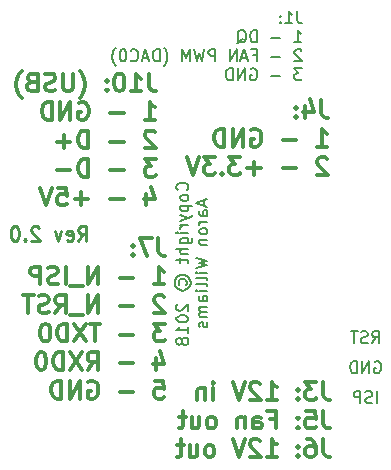
<source format=gbr>
G04 #@! TF.GenerationSoftware,KiCad,Pcbnew,7.0.3-24-g09febce4ce*
G04 #@! TF.CreationDate,2023-05-24T02:24:54-07:00*
G04 #@! TF.ProjectId,t962,74393632-2e6b-4696-9361-645f70636258,2.0*
G04 #@! TF.SameCoordinates,Original*
G04 #@! TF.FileFunction,Legend,Bot*
G04 #@! TF.FilePolarity,Positive*
%FSLAX46Y46*%
G04 Gerber Fmt 4.6, Leading zero omitted, Abs format (unit mm)*
G04 Created by KiCad (PCBNEW 7.0.3-24-g09febce4ce) date 2023-05-24 02:24:54*
%MOMM*%
%LPD*%
G01*
G04 APERTURE LIST*
%ADD10C,0.150000*%
%ADD11C,0.300000*%
%ADD12C,0.250000*%
G04 APERTURE END LIST*
D10*
X164044189Y-67002819D02*
X164044189Y-66002819D01*
X163615618Y-66955200D02*
X163472761Y-67002819D01*
X163472761Y-67002819D02*
X163234666Y-67002819D01*
X163234666Y-67002819D02*
X163139428Y-66955200D01*
X163139428Y-66955200D02*
X163091809Y-66907580D01*
X163091809Y-66907580D02*
X163044190Y-66812342D01*
X163044190Y-66812342D02*
X163044190Y-66717104D01*
X163044190Y-66717104D02*
X163091809Y-66621866D01*
X163091809Y-66621866D02*
X163139428Y-66574247D01*
X163139428Y-66574247D02*
X163234666Y-66526628D01*
X163234666Y-66526628D02*
X163425142Y-66479009D01*
X163425142Y-66479009D02*
X163520380Y-66431390D01*
X163520380Y-66431390D02*
X163567999Y-66383771D01*
X163567999Y-66383771D02*
X163615618Y-66288533D01*
X163615618Y-66288533D02*
X163615618Y-66193295D01*
X163615618Y-66193295D02*
X163567999Y-66098057D01*
X163567999Y-66098057D02*
X163520380Y-66050438D01*
X163520380Y-66050438D02*
X163425142Y-66002819D01*
X163425142Y-66002819D02*
X163187047Y-66002819D01*
X163187047Y-66002819D02*
X163044190Y-66050438D01*
X162615618Y-67002819D02*
X162615618Y-66002819D01*
X162615618Y-66002819D02*
X162234666Y-66002819D01*
X162234666Y-66002819D02*
X162139428Y-66050438D01*
X162139428Y-66050438D02*
X162091809Y-66098057D01*
X162091809Y-66098057D02*
X162044190Y-66193295D01*
X162044190Y-66193295D02*
X162044190Y-66336152D01*
X162044190Y-66336152D02*
X162091809Y-66431390D01*
X162091809Y-66431390D02*
X162139428Y-66479009D01*
X162139428Y-66479009D02*
X162234666Y-66526628D01*
X162234666Y-66526628D02*
X162615618Y-66526628D01*
X163829904Y-63510438D02*
X163925142Y-63462819D01*
X163925142Y-63462819D02*
X164067999Y-63462819D01*
X164067999Y-63462819D02*
X164210856Y-63510438D01*
X164210856Y-63510438D02*
X164306094Y-63605676D01*
X164306094Y-63605676D02*
X164353713Y-63700914D01*
X164353713Y-63700914D02*
X164401332Y-63891390D01*
X164401332Y-63891390D02*
X164401332Y-64034247D01*
X164401332Y-64034247D02*
X164353713Y-64224723D01*
X164353713Y-64224723D02*
X164306094Y-64319961D01*
X164306094Y-64319961D02*
X164210856Y-64415200D01*
X164210856Y-64415200D02*
X164067999Y-64462819D01*
X164067999Y-64462819D02*
X163972761Y-64462819D01*
X163972761Y-64462819D02*
X163829904Y-64415200D01*
X163829904Y-64415200D02*
X163782285Y-64367580D01*
X163782285Y-64367580D02*
X163782285Y-64034247D01*
X163782285Y-64034247D02*
X163972761Y-64034247D01*
X163353713Y-64462819D02*
X163353713Y-63462819D01*
X163353713Y-63462819D02*
X162782285Y-64462819D01*
X162782285Y-64462819D02*
X162782285Y-63462819D01*
X162306094Y-64462819D02*
X162306094Y-63462819D01*
X162306094Y-63462819D02*
X162067999Y-63462819D01*
X162067999Y-63462819D02*
X161925142Y-63510438D01*
X161925142Y-63510438D02*
X161829904Y-63605676D01*
X161829904Y-63605676D02*
X161782285Y-63700914D01*
X161782285Y-63700914D02*
X161734666Y-63891390D01*
X161734666Y-63891390D02*
X161734666Y-64034247D01*
X161734666Y-64034247D02*
X161782285Y-64224723D01*
X161782285Y-64224723D02*
X161829904Y-64319961D01*
X161829904Y-64319961D02*
X161925142Y-64415200D01*
X161925142Y-64415200D02*
X162067999Y-64462819D01*
X162067999Y-64462819D02*
X162306094Y-64462819D01*
X163615619Y-61922819D02*
X163948952Y-61446628D01*
X164187047Y-61922819D02*
X164187047Y-60922819D01*
X164187047Y-60922819D02*
X163806095Y-60922819D01*
X163806095Y-60922819D02*
X163710857Y-60970438D01*
X163710857Y-60970438D02*
X163663238Y-61018057D01*
X163663238Y-61018057D02*
X163615619Y-61113295D01*
X163615619Y-61113295D02*
X163615619Y-61256152D01*
X163615619Y-61256152D02*
X163663238Y-61351390D01*
X163663238Y-61351390D02*
X163710857Y-61399009D01*
X163710857Y-61399009D02*
X163806095Y-61446628D01*
X163806095Y-61446628D02*
X164187047Y-61446628D01*
X163234666Y-61875200D02*
X163091809Y-61922819D01*
X163091809Y-61922819D02*
X162853714Y-61922819D01*
X162853714Y-61922819D02*
X162758476Y-61875200D01*
X162758476Y-61875200D02*
X162710857Y-61827580D01*
X162710857Y-61827580D02*
X162663238Y-61732342D01*
X162663238Y-61732342D02*
X162663238Y-61637104D01*
X162663238Y-61637104D02*
X162710857Y-61541866D01*
X162710857Y-61541866D02*
X162758476Y-61494247D01*
X162758476Y-61494247D02*
X162853714Y-61446628D01*
X162853714Y-61446628D02*
X163044190Y-61399009D01*
X163044190Y-61399009D02*
X163139428Y-61351390D01*
X163139428Y-61351390D02*
X163187047Y-61303771D01*
X163187047Y-61303771D02*
X163234666Y-61208533D01*
X163234666Y-61208533D02*
X163234666Y-61113295D01*
X163234666Y-61113295D02*
X163187047Y-61018057D01*
X163187047Y-61018057D02*
X163139428Y-60970438D01*
X163139428Y-60970438D02*
X163044190Y-60922819D01*
X163044190Y-60922819D02*
X162806095Y-60922819D01*
X162806095Y-60922819D02*
X162663238Y-60970438D01*
X162377523Y-60922819D02*
X161806095Y-60922819D01*
X162091809Y-61922819D02*
X162091809Y-60922819D01*
D11*
X159316917Y-41363328D02*
X159316917Y-42434757D01*
X159316917Y-42434757D02*
X159388346Y-42649042D01*
X159388346Y-42649042D02*
X159531203Y-42791900D01*
X159531203Y-42791900D02*
X159745489Y-42863328D01*
X159745489Y-42863328D02*
X159888346Y-42863328D01*
X157959775Y-41863328D02*
X157959775Y-42863328D01*
X158316917Y-41291900D02*
X158674060Y-42363328D01*
X158674060Y-42363328D02*
X157745489Y-42363328D01*
X157174061Y-42720471D02*
X157102632Y-42791900D01*
X157102632Y-42791900D02*
X157174061Y-42863328D01*
X157174061Y-42863328D02*
X157245489Y-42791900D01*
X157245489Y-42791900D02*
X157174061Y-42720471D01*
X157174061Y-42720471D02*
X157174061Y-42863328D01*
X157174061Y-41934757D02*
X157102632Y-42006185D01*
X157102632Y-42006185D02*
X157174061Y-42077614D01*
X157174061Y-42077614D02*
X157245489Y-42006185D01*
X157245489Y-42006185D02*
X157174061Y-41934757D01*
X157174061Y-41934757D02*
X157174061Y-42077614D01*
X158959774Y-45278328D02*
X159816917Y-45278328D01*
X159388346Y-45278328D02*
X159388346Y-43778328D01*
X159388346Y-43778328D02*
X159531203Y-43992614D01*
X159531203Y-43992614D02*
X159674060Y-44135471D01*
X159674060Y-44135471D02*
X159816917Y-44206900D01*
X157174061Y-44706900D02*
X156031204Y-44706900D01*
X153388346Y-43849757D02*
X153531204Y-43778328D01*
X153531204Y-43778328D02*
X153745489Y-43778328D01*
X153745489Y-43778328D02*
X153959775Y-43849757D01*
X153959775Y-43849757D02*
X154102632Y-43992614D01*
X154102632Y-43992614D02*
X154174061Y-44135471D01*
X154174061Y-44135471D02*
X154245489Y-44421185D01*
X154245489Y-44421185D02*
X154245489Y-44635471D01*
X154245489Y-44635471D02*
X154174061Y-44921185D01*
X154174061Y-44921185D02*
X154102632Y-45064042D01*
X154102632Y-45064042D02*
X153959775Y-45206900D01*
X153959775Y-45206900D02*
X153745489Y-45278328D01*
X153745489Y-45278328D02*
X153602632Y-45278328D01*
X153602632Y-45278328D02*
X153388346Y-45206900D01*
X153388346Y-45206900D02*
X153316918Y-45135471D01*
X153316918Y-45135471D02*
X153316918Y-44635471D01*
X153316918Y-44635471D02*
X153602632Y-44635471D01*
X152674061Y-45278328D02*
X152674061Y-43778328D01*
X152674061Y-43778328D02*
X151816918Y-45278328D01*
X151816918Y-45278328D02*
X151816918Y-43778328D01*
X151102632Y-45278328D02*
X151102632Y-43778328D01*
X151102632Y-43778328D02*
X150745489Y-43778328D01*
X150745489Y-43778328D02*
X150531203Y-43849757D01*
X150531203Y-43849757D02*
X150388346Y-43992614D01*
X150388346Y-43992614D02*
X150316917Y-44135471D01*
X150316917Y-44135471D02*
X150245489Y-44421185D01*
X150245489Y-44421185D02*
X150245489Y-44635471D01*
X150245489Y-44635471D02*
X150316917Y-44921185D01*
X150316917Y-44921185D02*
X150388346Y-45064042D01*
X150388346Y-45064042D02*
X150531203Y-45206900D01*
X150531203Y-45206900D02*
X150745489Y-45278328D01*
X150745489Y-45278328D02*
X151102632Y-45278328D01*
X159816917Y-46336185D02*
X159745489Y-46264757D01*
X159745489Y-46264757D02*
X159602632Y-46193328D01*
X159602632Y-46193328D02*
X159245489Y-46193328D01*
X159245489Y-46193328D02*
X159102632Y-46264757D01*
X159102632Y-46264757D02*
X159031203Y-46336185D01*
X159031203Y-46336185D02*
X158959774Y-46479042D01*
X158959774Y-46479042D02*
X158959774Y-46621900D01*
X158959774Y-46621900D02*
X159031203Y-46836185D01*
X159031203Y-46836185D02*
X159888346Y-47693328D01*
X159888346Y-47693328D02*
X158959774Y-47693328D01*
X157174061Y-47121900D02*
X156031204Y-47121900D01*
X154174061Y-47121900D02*
X153031204Y-47121900D01*
X153602632Y-47693328D02*
X153602632Y-46550471D01*
X152459775Y-46193328D02*
X151531203Y-46193328D01*
X151531203Y-46193328D02*
X152031203Y-46764757D01*
X152031203Y-46764757D02*
X151816918Y-46764757D01*
X151816918Y-46764757D02*
X151674061Y-46836185D01*
X151674061Y-46836185D02*
X151602632Y-46907614D01*
X151602632Y-46907614D02*
X151531203Y-47050471D01*
X151531203Y-47050471D02*
X151531203Y-47407614D01*
X151531203Y-47407614D02*
X151602632Y-47550471D01*
X151602632Y-47550471D02*
X151674061Y-47621900D01*
X151674061Y-47621900D02*
X151816918Y-47693328D01*
X151816918Y-47693328D02*
X152245489Y-47693328D01*
X152245489Y-47693328D02*
X152388346Y-47621900D01*
X152388346Y-47621900D02*
X152459775Y-47550471D01*
X150888347Y-47550471D02*
X150816918Y-47621900D01*
X150816918Y-47621900D02*
X150888347Y-47693328D01*
X150888347Y-47693328D02*
X150959775Y-47621900D01*
X150959775Y-47621900D02*
X150888347Y-47550471D01*
X150888347Y-47550471D02*
X150888347Y-47693328D01*
X150316918Y-46193328D02*
X149388346Y-46193328D01*
X149388346Y-46193328D02*
X149888346Y-46764757D01*
X149888346Y-46764757D02*
X149674061Y-46764757D01*
X149674061Y-46764757D02*
X149531204Y-46836185D01*
X149531204Y-46836185D02*
X149459775Y-46907614D01*
X149459775Y-46907614D02*
X149388346Y-47050471D01*
X149388346Y-47050471D02*
X149388346Y-47407614D01*
X149388346Y-47407614D02*
X149459775Y-47550471D01*
X149459775Y-47550471D02*
X149531204Y-47621900D01*
X149531204Y-47621900D02*
X149674061Y-47693328D01*
X149674061Y-47693328D02*
X150102632Y-47693328D01*
X150102632Y-47693328D02*
X150245489Y-47621900D01*
X150245489Y-47621900D02*
X150316918Y-47550471D01*
X148959775Y-46193328D02*
X148459775Y-47693328D01*
X148459775Y-47693328D02*
X147959775Y-46193328D01*
D10*
X157277506Y-33839819D02*
X157277506Y-34554104D01*
X157277506Y-34554104D02*
X157325125Y-34696961D01*
X157325125Y-34696961D02*
X157420363Y-34792200D01*
X157420363Y-34792200D02*
X157563220Y-34839819D01*
X157563220Y-34839819D02*
X157658458Y-34839819D01*
X156277506Y-34839819D02*
X156848934Y-34839819D01*
X156563220Y-34839819D02*
X156563220Y-33839819D01*
X156563220Y-33839819D02*
X156658458Y-33982676D01*
X156658458Y-33982676D02*
X156753696Y-34077914D01*
X156753696Y-34077914D02*
X156848934Y-34125533D01*
X155848934Y-34744580D02*
X155801315Y-34792200D01*
X155801315Y-34792200D02*
X155848934Y-34839819D01*
X155848934Y-34839819D02*
X155896553Y-34792200D01*
X155896553Y-34792200D02*
X155848934Y-34744580D01*
X155848934Y-34744580D02*
X155848934Y-34839819D01*
X155848934Y-34220771D02*
X155801315Y-34268390D01*
X155801315Y-34268390D02*
X155848934Y-34316009D01*
X155848934Y-34316009D02*
X155896553Y-34268390D01*
X155896553Y-34268390D02*
X155848934Y-34220771D01*
X155848934Y-34220771D02*
X155848934Y-34316009D01*
X157039411Y-36449819D02*
X157610839Y-36449819D01*
X157325125Y-36449819D02*
X157325125Y-35449819D01*
X157325125Y-35449819D02*
X157420363Y-35592676D01*
X157420363Y-35592676D02*
X157515601Y-35687914D01*
X157515601Y-35687914D02*
X157610839Y-35735533D01*
X155848934Y-36068866D02*
X155087030Y-36068866D01*
X153848934Y-36449819D02*
X153848934Y-35449819D01*
X153848934Y-35449819D02*
X153610839Y-35449819D01*
X153610839Y-35449819D02*
X153467982Y-35497438D01*
X153467982Y-35497438D02*
X153372744Y-35592676D01*
X153372744Y-35592676D02*
X153325125Y-35687914D01*
X153325125Y-35687914D02*
X153277506Y-35878390D01*
X153277506Y-35878390D02*
X153277506Y-36021247D01*
X153277506Y-36021247D02*
X153325125Y-36211723D01*
X153325125Y-36211723D02*
X153372744Y-36306961D01*
X153372744Y-36306961D02*
X153467982Y-36402200D01*
X153467982Y-36402200D02*
X153610839Y-36449819D01*
X153610839Y-36449819D02*
X153848934Y-36449819D01*
X152182268Y-36545057D02*
X152277506Y-36497438D01*
X152277506Y-36497438D02*
X152372744Y-36402200D01*
X152372744Y-36402200D02*
X152515601Y-36259342D01*
X152515601Y-36259342D02*
X152610839Y-36211723D01*
X152610839Y-36211723D02*
X152706077Y-36211723D01*
X152658458Y-36449819D02*
X152753696Y-36402200D01*
X152753696Y-36402200D02*
X152848934Y-36306961D01*
X152848934Y-36306961D02*
X152896553Y-36116485D01*
X152896553Y-36116485D02*
X152896553Y-35783152D01*
X152896553Y-35783152D02*
X152848934Y-35592676D01*
X152848934Y-35592676D02*
X152753696Y-35497438D01*
X152753696Y-35497438D02*
X152658458Y-35449819D01*
X152658458Y-35449819D02*
X152467982Y-35449819D01*
X152467982Y-35449819D02*
X152372744Y-35497438D01*
X152372744Y-35497438D02*
X152277506Y-35592676D01*
X152277506Y-35592676D02*
X152229887Y-35783152D01*
X152229887Y-35783152D02*
X152229887Y-36116485D01*
X152229887Y-36116485D02*
X152277506Y-36306961D01*
X152277506Y-36306961D02*
X152372744Y-36402200D01*
X152372744Y-36402200D02*
X152467982Y-36449819D01*
X152467982Y-36449819D02*
X152658458Y-36449819D01*
X157610839Y-37155057D02*
X157563220Y-37107438D01*
X157563220Y-37107438D02*
X157467982Y-37059819D01*
X157467982Y-37059819D02*
X157229887Y-37059819D01*
X157229887Y-37059819D02*
X157134649Y-37107438D01*
X157134649Y-37107438D02*
X157087030Y-37155057D01*
X157087030Y-37155057D02*
X157039411Y-37250295D01*
X157039411Y-37250295D02*
X157039411Y-37345533D01*
X157039411Y-37345533D02*
X157087030Y-37488390D01*
X157087030Y-37488390D02*
X157658458Y-38059819D01*
X157658458Y-38059819D02*
X157039411Y-38059819D01*
X155848934Y-37678866D02*
X155087030Y-37678866D01*
X153515601Y-37536009D02*
X153848934Y-37536009D01*
X153848934Y-38059819D02*
X153848934Y-37059819D01*
X153848934Y-37059819D02*
X153372744Y-37059819D01*
X153039410Y-37774104D02*
X152563220Y-37774104D01*
X153134648Y-38059819D02*
X152801315Y-37059819D01*
X152801315Y-37059819D02*
X152467982Y-38059819D01*
X152134648Y-38059819D02*
X152134648Y-37059819D01*
X152134648Y-37059819D02*
X151563220Y-38059819D01*
X151563220Y-38059819D02*
X151563220Y-37059819D01*
X150325124Y-38059819D02*
X150325124Y-37059819D01*
X150325124Y-37059819D02*
X149944172Y-37059819D01*
X149944172Y-37059819D02*
X149848934Y-37107438D01*
X149848934Y-37107438D02*
X149801315Y-37155057D01*
X149801315Y-37155057D02*
X149753696Y-37250295D01*
X149753696Y-37250295D02*
X149753696Y-37393152D01*
X149753696Y-37393152D02*
X149801315Y-37488390D01*
X149801315Y-37488390D02*
X149848934Y-37536009D01*
X149848934Y-37536009D02*
X149944172Y-37583628D01*
X149944172Y-37583628D02*
X150325124Y-37583628D01*
X149420362Y-37059819D02*
X149182267Y-38059819D01*
X149182267Y-38059819D02*
X148991791Y-37345533D01*
X148991791Y-37345533D02*
X148801315Y-38059819D01*
X148801315Y-38059819D02*
X148563220Y-37059819D01*
X148182267Y-38059819D02*
X148182267Y-37059819D01*
X148182267Y-37059819D02*
X147848934Y-37774104D01*
X147848934Y-37774104D02*
X147515601Y-37059819D01*
X147515601Y-37059819D02*
X147515601Y-38059819D01*
X145991791Y-38440771D02*
X146039410Y-38393152D01*
X146039410Y-38393152D02*
X146134648Y-38250295D01*
X146134648Y-38250295D02*
X146182267Y-38155057D01*
X146182267Y-38155057D02*
X146229886Y-38012200D01*
X146229886Y-38012200D02*
X146277505Y-37774104D01*
X146277505Y-37774104D02*
X146277505Y-37583628D01*
X146277505Y-37583628D02*
X146229886Y-37345533D01*
X146229886Y-37345533D02*
X146182267Y-37202676D01*
X146182267Y-37202676D02*
X146134648Y-37107438D01*
X146134648Y-37107438D02*
X146039410Y-36964580D01*
X146039410Y-36964580D02*
X145991791Y-36916961D01*
X145610838Y-38059819D02*
X145610838Y-37059819D01*
X145610838Y-37059819D02*
X145372743Y-37059819D01*
X145372743Y-37059819D02*
X145229886Y-37107438D01*
X145229886Y-37107438D02*
X145134648Y-37202676D01*
X145134648Y-37202676D02*
X145087029Y-37297914D01*
X145087029Y-37297914D02*
X145039410Y-37488390D01*
X145039410Y-37488390D02*
X145039410Y-37631247D01*
X145039410Y-37631247D02*
X145087029Y-37821723D01*
X145087029Y-37821723D02*
X145134648Y-37916961D01*
X145134648Y-37916961D02*
X145229886Y-38012200D01*
X145229886Y-38012200D02*
X145372743Y-38059819D01*
X145372743Y-38059819D02*
X145610838Y-38059819D01*
X144658457Y-37774104D02*
X144182267Y-37774104D01*
X144753695Y-38059819D02*
X144420362Y-37059819D01*
X144420362Y-37059819D02*
X144087029Y-38059819D01*
X143182267Y-37964580D02*
X143229886Y-38012200D01*
X143229886Y-38012200D02*
X143372743Y-38059819D01*
X143372743Y-38059819D02*
X143467981Y-38059819D01*
X143467981Y-38059819D02*
X143610838Y-38012200D01*
X143610838Y-38012200D02*
X143706076Y-37916961D01*
X143706076Y-37916961D02*
X143753695Y-37821723D01*
X143753695Y-37821723D02*
X143801314Y-37631247D01*
X143801314Y-37631247D02*
X143801314Y-37488390D01*
X143801314Y-37488390D02*
X143753695Y-37297914D01*
X143753695Y-37297914D02*
X143706076Y-37202676D01*
X143706076Y-37202676D02*
X143610838Y-37107438D01*
X143610838Y-37107438D02*
X143467981Y-37059819D01*
X143467981Y-37059819D02*
X143372743Y-37059819D01*
X143372743Y-37059819D02*
X143229886Y-37107438D01*
X143229886Y-37107438D02*
X143182267Y-37155057D01*
X142563219Y-37059819D02*
X142467981Y-37059819D01*
X142467981Y-37059819D02*
X142372743Y-37107438D01*
X142372743Y-37107438D02*
X142325124Y-37155057D01*
X142325124Y-37155057D02*
X142277505Y-37250295D01*
X142277505Y-37250295D02*
X142229886Y-37440771D01*
X142229886Y-37440771D02*
X142229886Y-37678866D01*
X142229886Y-37678866D02*
X142277505Y-37869342D01*
X142277505Y-37869342D02*
X142325124Y-37964580D01*
X142325124Y-37964580D02*
X142372743Y-38012200D01*
X142372743Y-38012200D02*
X142467981Y-38059819D01*
X142467981Y-38059819D02*
X142563219Y-38059819D01*
X142563219Y-38059819D02*
X142658457Y-38012200D01*
X142658457Y-38012200D02*
X142706076Y-37964580D01*
X142706076Y-37964580D02*
X142753695Y-37869342D01*
X142753695Y-37869342D02*
X142801314Y-37678866D01*
X142801314Y-37678866D02*
X142801314Y-37440771D01*
X142801314Y-37440771D02*
X142753695Y-37250295D01*
X142753695Y-37250295D02*
X142706076Y-37155057D01*
X142706076Y-37155057D02*
X142658457Y-37107438D01*
X142658457Y-37107438D02*
X142563219Y-37059819D01*
X141896552Y-38440771D02*
X141848933Y-38393152D01*
X141848933Y-38393152D02*
X141753695Y-38250295D01*
X141753695Y-38250295D02*
X141706076Y-38155057D01*
X141706076Y-38155057D02*
X141658457Y-38012200D01*
X141658457Y-38012200D02*
X141610838Y-37774104D01*
X141610838Y-37774104D02*
X141610838Y-37583628D01*
X141610838Y-37583628D02*
X141658457Y-37345533D01*
X141658457Y-37345533D02*
X141706076Y-37202676D01*
X141706076Y-37202676D02*
X141753695Y-37107438D01*
X141753695Y-37107438D02*
X141848933Y-36964580D01*
X141848933Y-36964580D02*
X141896552Y-36916961D01*
X157658458Y-38669819D02*
X157039411Y-38669819D01*
X157039411Y-38669819D02*
X157372744Y-39050771D01*
X157372744Y-39050771D02*
X157229887Y-39050771D01*
X157229887Y-39050771D02*
X157134649Y-39098390D01*
X157134649Y-39098390D02*
X157087030Y-39146009D01*
X157087030Y-39146009D02*
X157039411Y-39241247D01*
X157039411Y-39241247D02*
X157039411Y-39479342D01*
X157039411Y-39479342D02*
X157087030Y-39574580D01*
X157087030Y-39574580D02*
X157134649Y-39622200D01*
X157134649Y-39622200D02*
X157229887Y-39669819D01*
X157229887Y-39669819D02*
X157515601Y-39669819D01*
X157515601Y-39669819D02*
X157610839Y-39622200D01*
X157610839Y-39622200D02*
X157658458Y-39574580D01*
X155848934Y-39288866D02*
X155087030Y-39288866D01*
X153325125Y-38717438D02*
X153420363Y-38669819D01*
X153420363Y-38669819D02*
X153563220Y-38669819D01*
X153563220Y-38669819D02*
X153706077Y-38717438D01*
X153706077Y-38717438D02*
X153801315Y-38812676D01*
X153801315Y-38812676D02*
X153848934Y-38907914D01*
X153848934Y-38907914D02*
X153896553Y-39098390D01*
X153896553Y-39098390D02*
X153896553Y-39241247D01*
X153896553Y-39241247D02*
X153848934Y-39431723D01*
X153848934Y-39431723D02*
X153801315Y-39526961D01*
X153801315Y-39526961D02*
X153706077Y-39622200D01*
X153706077Y-39622200D02*
X153563220Y-39669819D01*
X153563220Y-39669819D02*
X153467982Y-39669819D01*
X153467982Y-39669819D02*
X153325125Y-39622200D01*
X153325125Y-39622200D02*
X153277506Y-39574580D01*
X153277506Y-39574580D02*
X153277506Y-39241247D01*
X153277506Y-39241247D02*
X153467982Y-39241247D01*
X152848934Y-39669819D02*
X152848934Y-38669819D01*
X152848934Y-38669819D02*
X152277506Y-39669819D01*
X152277506Y-39669819D02*
X152277506Y-38669819D01*
X151801315Y-39669819D02*
X151801315Y-38669819D01*
X151801315Y-38669819D02*
X151563220Y-38669819D01*
X151563220Y-38669819D02*
X151420363Y-38717438D01*
X151420363Y-38717438D02*
X151325125Y-38812676D01*
X151325125Y-38812676D02*
X151277506Y-38907914D01*
X151277506Y-38907914D02*
X151229887Y-39098390D01*
X151229887Y-39098390D02*
X151229887Y-39241247D01*
X151229887Y-39241247D02*
X151277506Y-39431723D01*
X151277506Y-39431723D02*
X151325125Y-39526961D01*
X151325125Y-39526961D02*
X151420363Y-39622200D01*
X151420363Y-39622200D02*
X151563220Y-39669819D01*
X151563220Y-39669819D02*
X151801315Y-39669819D01*
D11*
X159466917Y-65238328D02*
X159466917Y-66309757D01*
X159466917Y-66309757D02*
X159538346Y-66524042D01*
X159538346Y-66524042D02*
X159681203Y-66666900D01*
X159681203Y-66666900D02*
X159895489Y-66738328D01*
X159895489Y-66738328D02*
X160038346Y-66738328D01*
X158895489Y-65238328D02*
X157966917Y-65238328D01*
X157966917Y-65238328D02*
X158466917Y-65809757D01*
X158466917Y-65809757D02*
X158252632Y-65809757D01*
X158252632Y-65809757D02*
X158109775Y-65881185D01*
X158109775Y-65881185D02*
X158038346Y-65952614D01*
X158038346Y-65952614D02*
X157966917Y-66095471D01*
X157966917Y-66095471D02*
X157966917Y-66452614D01*
X157966917Y-66452614D02*
X158038346Y-66595471D01*
X158038346Y-66595471D02*
X158109775Y-66666900D01*
X158109775Y-66666900D02*
X158252632Y-66738328D01*
X158252632Y-66738328D02*
X158681203Y-66738328D01*
X158681203Y-66738328D02*
X158824060Y-66666900D01*
X158824060Y-66666900D02*
X158895489Y-66595471D01*
X157324061Y-66595471D02*
X157252632Y-66666900D01*
X157252632Y-66666900D02*
X157324061Y-66738328D01*
X157324061Y-66738328D02*
X157395489Y-66666900D01*
X157395489Y-66666900D02*
X157324061Y-66595471D01*
X157324061Y-66595471D02*
X157324061Y-66738328D01*
X157324061Y-65809757D02*
X157252632Y-65881185D01*
X157252632Y-65881185D02*
X157324061Y-65952614D01*
X157324061Y-65952614D02*
X157395489Y-65881185D01*
X157395489Y-65881185D02*
X157324061Y-65809757D01*
X157324061Y-65809757D02*
X157324061Y-65952614D01*
X154681203Y-66738328D02*
X155538346Y-66738328D01*
X155109775Y-66738328D02*
X155109775Y-65238328D01*
X155109775Y-65238328D02*
X155252632Y-65452614D01*
X155252632Y-65452614D02*
X155395489Y-65595471D01*
X155395489Y-65595471D02*
X155538346Y-65666900D01*
X154109775Y-65381185D02*
X154038347Y-65309757D01*
X154038347Y-65309757D02*
X153895490Y-65238328D01*
X153895490Y-65238328D02*
X153538347Y-65238328D01*
X153538347Y-65238328D02*
X153395490Y-65309757D01*
X153395490Y-65309757D02*
X153324061Y-65381185D01*
X153324061Y-65381185D02*
X153252632Y-65524042D01*
X153252632Y-65524042D02*
X153252632Y-65666900D01*
X153252632Y-65666900D02*
X153324061Y-65881185D01*
X153324061Y-65881185D02*
X154181204Y-66738328D01*
X154181204Y-66738328D02*
X153252632Y-66738328D01*
X152824061Y-65238328D02*
X152324061Y-66738328D01*
X152324061Y-66738328D02*
X151824061Y-65238328D01*
X150181205Y-66738328D02*
X150181205Y-65738328D01*
X150181205Y-65238328D02*
X150252633Y-65309757D01*
X150252633Y-65309757D02*
X150181205Y-65381185D01*
X150181205Y-65381185D02*
X150109776Y-65309757D01*
X150109776Y-65309757D02*
X150181205Y-65238328D01*
X150181205Y-65238328D02*
X150181205Y-65381185D01*
X149466919Y-65738328D02*
X149466919Y-66738328D01*
X149466919Y-65881185D02*
X149395490Y-65809757D01*
X149395490Y-65809757D02*
X149252633Y-65738328D01*
X149252633Y-65738328D02*
X149038347Y-65738328D01*
X149038347Y-65738328D02*
X148895490Y-65809757D01*
X148895490Y-65809757D02*
X148824062Y-65952614D01*
X148824062Y-65952614D02*
X148824062Y-66738328D01*
X159466917Y-67653328D02*
X159466917Y-68724757D01*
X159466917Y-68724757D02*
X159538346Y-68939042D01*
X159538346Y-68939042D02*
X159681203Y-69081900D01*
X159681203Y-69081900D02*
X159895489Y-69153328D01*
X159895489Y-69153328D02*
X160038346Y-69153328D01*
X158038346Y-67653328D02*
X158752632Y-67653328D01*
X158752632Y-67653328D02*
X158824060Y-68367614D01*
X158824060Y-68367614D02*
X158752632Y-68296185D01*
X158752632Y-68296185D02*
X158609775Y-68224757D01*
X158609775Y-68224757D02*
X158252632Y-68224757D01*
X158252632Y-68224757D02*
X158109775Y-68296185D01*
X158109775Y-68296185D02*
X158038346Y-68367614D01*
X158038346Y-68367614D02*
X157966917Y-68510471D01*
X157966917Y-68510471D02*
X157966917Y-68867614D01*
X157966917Y-68867614D02*
X158038346Y-69010471D01*
X158038346Y-69010471D02*
X158109775Y-69081900D01*
X158109775Y-69081900D02*
X158252632Y-69153328D01*
X158252632Y-69153328D02*
X158609775Y-69153328D01*
X158609775Y-69153328D02*
X158752632Y-69081900D01*
X158752632Y-69081900D02*
X158824060Y-69010471D01*
X157324061Y-69010471D02*
X157252632Y-69081900D01*
X157252632Y-69081900D02*
X157324061Y-69153328D01*
X157324061Y-69153328D02*
X157395489Y-69081900D01*
X157395489Y-69081900D02*
X157324061Y-69010471D01*
X157324061Y-69010471D02*
X157324061Y-69153328D01*
X157324061Y-68224757D02*
X157252632Y-68296185D01*
X157252632Y-68296185D02*
X157324061Y-68367614D01*
X157324061Y-68367614D02*
X157395489Y-68296185D01*
X157395489Y-68296185D02*
X157324061Y-68224757D01*
X157324061Y-68224757D02*
X157324061Y-68367614D01*
X154966918Y-68367614D02*
X155466918Y-68367614D01*
X155466918Y-69153328D02*
X155466918Y-67653328D01*
X155466918Y-67653328D02*
X154752632Y-67653328D01*
X153538347Y-69153328D02*
X153538347Y-68367614D01*
X153538347Y-68367614D02*
X153609775Y-68224757D01*
X153609775Y-68224757D02*
X153752632Y-68153328D01*
X153752632Y-68153328D02*
X154038347Y-68153328D01*
X154038347Y-68153328D02*
X154181204Y-68224757D01*
X153538347Y-69081900D02*
X153681204Y-69153328D01*
X153681204Y-69153328D02*
X154038347Y-69153328D01*
X154038347Y-69153328D02*
X154181204Y-69081900D01*
X154181204Y-69081900D02*
X154252632Y-68939042D01*
X154252632Y-68939042D02*
X154252632Y-68796185D01*
X154252632Y-68796185D02*
X154181204Y-68653328D01*
X154181204Y-68653328D02*
X154038347Y-68581900D01*
X154038347Y-68581900D02*
X153681204Y-68581900D01*
X153681204Y-68581900D02*
X153538347Y-68510471D01*
X152824061Y-68153328D02*
X152824061Y-69153328D01*
X152824061Y-68296185D02*
X152752632Y-68224757D01*
X152752632Y-68224757D02*
X152609775Y-68153328D01*
X152609775Y-68153328D02*
X152395489Y-68153328D01*
X152395489Y-68153328D02*
X152252632Y-68224757D01*
X152252632Y-68224757D02*
X152181204Y-68367614D01*
X152181204Y-68367614D02*
X152181204Y-69153328D01*
X150109775Y-69153328D02*
X150252632Y-69081900D01*
X150252632Y-69081900D02*
X150324061Y-69010471D01*
X150324061Y-69010471D02*
X150395489Y-68867614D01*
X150395489Y-68867614D02*
X150395489Y-68439042D01*
X150395489Y-68439042D02*
X150324061Y-68296185D01*
X150324061Y-68296185D02*
X150252632Y-68224757D01*
X150252632Y-68224757D02*
X150109775Y-68153328D01*
X150109775Y-68153328D02*
X149895489Y-68153328D01*
X149895489Y-68153328D02*
X149752632Y-68224757D01*
X149752632Y-68224757D02*
X149681204Y-68296185D01*
X149681204Y-68296185D02*
X149609775Y-68439042D01*
X149609775Y-68439042D02*
X149609775Y-68867614D01*
X149609775Y-68867614D02*
X149681204Y-69010471D01*
X149681204Y-69010471D02*
X149752632Y-69081900D01*
X149752632Y-69081900D02*
X149895489Y-69153328D01*
X149895489Y-69153328D02*
X150109775Y-69153328D01*
X148324061Y-68153328D02*
X148324061Y-69153328D01*
X148966918Y-68153328D02*
X148966918Y-68939042D01*
X148966918Y-68939042D02*
X148895489Y-69081900D01*
X148895489Y-69081900D02*
X148752632Y-69153328D01*
X148752632Y-69153328D02*
X148538346Y-69153328D01*
X148538346Y-69153328D02*
X148395489Y-69081900D01*
X148395489Y-69081900D02*
X148324061Y-69010471D01*
X147824060Y-68153328D02*
X147252632Y-68153328D01*
X147609775Y-67653328D02*
X147609775Y-68939042D01*
X147609775Y-68939042D02*
X147538346Y-69081900D01*
X147538346Y-69081900D02*
X147395489Y-69153328D01*
X147395489Y-69153328D02*
X147252632Y-69153328D01*
X159466917Y-70068328D02*
X159466917Y-71139757D01*
X159466917Y-71139757D02*
X159538346Y-71354042D01*
X159538346Y-71354042D02*
X159681203Y-71496900D01*
X159681203Y-71496900D02*
X159895489Y-71568328D01*
X159895489Y-71568328D02*
X160038346Y-71568328D01*
X158109775Y-70068328D02*
X158395489Y-70068328D01*
X158395489Y-70068328D02*
X158538346Y-70139757D01*
X158538346Y-70139757D02*
X158609775Y-70211185D01*
X158609775Y-70211185D02*
X158752632Y-70425471D01*
X158752632Y-70425471D02*
X158824060Y-70711185D01*
X158824060Y-70711185D02*
X158824060Y-71282614D01*
X158824060Y-71282614D02*
X158752632Y-71425471D01*
X158752632Y-71425471D02*
X158681203Y-71496900D01*
X158681203Y-71496900D02*
X158538346Y-71568328D01*
X158538346Y-71568328D02*
X158252632Y-71568328D01*
X158252632Y-71568328D02*
X158109775Y-71496900D01*
X158109775Y-71496900D02*
X158038346Y-71425471D01*
X158038346Y-71425471D02*
X157966917Y-71282614D01*
X157966917Y-71282614D02*
X157966917Y-70925471D01*
X157966917Y-70925471D02*
X158038346Y-70782614D01*
X158038346Y-70782614D02*
X158109775Y-70711185D01*
X158109775Y-70711185D02*
X158252632Y-70639757D01*
X158252632Y-70639757D02*
X158538346Y-70639757D01*
X158538346Y-70639757D02*
X158681203Y-70711185D01*
X158681203Y-70711185D02*
X158752632Y-70782614D01*
X158752632Y-70782614D02*
X158824060Y-70925471D01*
X157324061Y-71425471D02*
X157252632Y-71496900D01*
X157252632Y-71496900D02*
X157324061Y-71568328D01*
X157324061Y-71568328D02*
X157395489Y-71496900D01*
X157395489Y-71496900D02*
X157324061Y-71425471D01*
X157324061Y-71425471D02*
X157324061Y-71568328D01*
X157324061Y-70639757D02*
X157252632Y-70711185D01*
X157252632Y-70711185D02*
X157324061Y-70782614D01*
X157324061Y-70782614D02*
X157395489Y-70711185D01*
X157395489Y-70711185D02*
X157324061Y-70639757D01*
X157324061Y-70639757D02*
X157324061Y-70782614D01*
X154681203Y-71568328D02*
X155538346Y-71568328D01*
X155109775Y-71568328D02*
X155109775Y-70068328D01*
X155109775Y-70068328D02*
X155252632Y-70282614D01*
X155252632Y-70282614D02*
X155395489Y-70425471D01*
X155395489Y-70425471D02*
X155538346Y-70496900D01*
X154109775Y-70211185D02*
X154038347Y-70139757D01*
X154038347Y-70139757D02*
X153895490Y-70068328D01*
X153895490Y-70068328D02*
X153538347Y-70068328D01*
X153538347Y-70068328D02*
X153395490Y-70139757D01*
X153395490Y-70139757D02*
X153324061Y-70211185D01*
X153324061Y-70211185D02*
X153252632Y-70354042D01*
X153252632Y-70354042D02*
X153252632Y-70496900D01*
X153252632Y-70496900D02*
X153324061Y-70711185D01*
X153324061Y-70711185D02*
X154181204Y-71568328D01*
X154181204Y-71568328D02*
X153252632Y-71568328D01*
X152824061Y-70068328D02*
X152324061Y-71568328D01*
X152324061Y-71568328D02*
X151824061Y-70068328D01*
X149966919Y-71568328D02*
X150109776Y-71496900D01*
X150109776Y-71496900D02*
X150181205Y-71425471D01*
X150181205Y-71425471D02*
X150252633Y-71282614D01*
X150252633Y-71282614D02*
X150252633Y-70854042D01*
X150252633Y-70854042D02*
X150181205Y-70711185D01*
X150181205Y-70711185D02*
X150109776Y-70639757D01*
X150109776Y-70639757D02*
X149966919Y-70568328D01*
X149966919Y-70568328D02*
X149752633Y-70568328D01*
X149752633Y-70568328D02*
X149609776Y-70639757D01*
X149609776Y-70639757D02*
X149538348Y-70711185D01*
X149538348Y-70711185D02*
X149466919Y-70854042D01*
X149466919Y-70854042D02*
X149466919Y-71282614D01*
X149466919Y-71282614D02*
X149538348Y-71425471D01*
X149538348Y-71425471D02*
X149609776Y-71496900D01*
X149609776Y-71496900D02*
X149752633Y-71568328D01*
X149752633Y-71568328D02*
X149966919Y-71568328D01*
X148181205Y-70568328D02*
X148181205Y-71568328D01*
X148824062Y-70568328D02*
X148824062Y-71354042D01*
X148824062Y-71354042D02*
X148752633Y-71496900D01*
X148752633Y-71496900D02*
X148609776Y-71568328D01*
X148609776Y-71568328D02*
X148395490Y-71568328D01*
X148395490Y-71568328D02*
X148252633Y-71496900D01*
X148252633Y-71496900D02*
X148181205Y-71425471D01*
X147681204Y-70568328D02*
X147109776Y-70568328D01*
X147466919Y-70068328D02*
X147466919Y-71354042D01*
X147466919Y-71354042D02*
X147395490Y-71496900D01*
X147395490Y-71496900D02*
X147252633Y-71568328D01*
X147252633Y-71568328D02*
X147109776Y-71568328D01*
X144716917Y-39098328D02*
X144716917Y-40169757D01*
X144716917Y-40169757D02*
X144788346Y-40384042D01*
X144788346Y-40384042D02*
X144931203Y-40526900D01*
X144931203Y-40526900D02*
X145145489Y-40598328D01*
X145145489Y-40598328D02*
X145288346Y-40598328D01*
X143216917Y-40598328D02*
X144074060Y-40598328D01*
X143645489Y-40598328D02*
X143645489Y-39098328D01*
X143645489Y-39098328D02*
X143788346Y-39312614D01*
X143788346Y-39312614D02*
X143931203Y-39455471D01*
X143931203Y-39455471D02*
X144074060Y-39526900D01*
X142288346Y-39098328D02*
X142145489Y-39098328D01*
X142145489Y-39098328D02*
X142002632Y-39169757D01*
X142002632Y-39169757D02*
X141931204Y-39241185D01*
X141931204Y-39241185D02*
X141859775Y-39384042D01*
X141859775Y-39384042D02*
X141788346Y-39669757D01*
X141788346Y-39669757D02*
X141788346Y-40026900D01*
X141788346Y-40026900D02*
X141859775Y-40312614D01*
X141859775Y-40312614D02*
X141931204Y-40455471D01*
X141931204Y-40455471D02*
X142002632Y-40526900D01*
X142002632Y-40526900D02*
X142145489Y-40598328D01*
X142145489Y-40598328D02*
X142288346Y-40598328D01*
X142288346Y-40598328D02*
X142431204Y-40526900D01*
X142431204Y-40526900D02*
X142502632Y-40455471D01*
X142502632Y-40455471D02*
X142574061Y-40312614D01*
X142574061Y-40312614D02*
X142645489Y-40026900D01*
X142645489Y-40026900D02*
X142645489Y-39669757D01*
X142645489Y-39669757D02*
X142574061Y-39384042D01*
X142574061Y-39384042D02*
X142502632Y-39241185D01*
X142502632Y-39241185D02*
X142431204Y-39169757D01*
X142431204Y-39169757D02*
X142288346Y-39098328D01*
X141145490Y-40455471D02*
X141074061Y-40526900D01*
X141074061Y-40526900D02*
X141145490Y-40598328D01*
X141145490Y-40598328D02*
X141216918Y-40526900D01*
X141216918Y-40526900D02*
X141145490Y-40455471D01*
X141145490Y-40455471D02*
X141145490Y-40598328D01*
X141145490Y-39669757D02*
X141074061Y-39741185D01*
X141074061Y-39741185D02*
X141145490Y-39812614D01*
X141145490Y-39812614D02*
X141216918Y-39741185D01*
X141216918Y-39741185D02*
X141145490Y-39669757D01*
X141145490Y-39669757D02*
X141145490Y-39812614D01*
X138859775Y-41169757D02*
X138931204Y-41098328D01*
X138931204Y-41098328D02*
X139074061Y-40884042D01*
X139074061Y-40884042D02*
X139145490Y-40741185D01*
X139145490Y-40741185D02*
X139216918Y-40526900D01*
X139216918Y-40526900D02*
X139288347Y-40169757D01*
X139288347Y-40169757D02*
X139288347Y-39884042D01*
X139288347Y-39884042D02*
X139216918Y-39526900D01*
X139216918Y-39526900D02*
X139145490Y-39312614D01*
X139145490Y-39312614D02*
X139074061Y-39169757D01*
X139074061Y-39169757D02*
X138931204Y-38955471D01*
X138931204Y-38955471D02*
X138859775Y-38884042D01*
X138288347Y-39098328D02*
X138288347Y-40312614D01*
X138288347Y-40312614D02*
X138216918Y-40455471D01*
X138216918Y-40455471D02*
X138145490Y-40526900D01*
X138145490Y-40526900D02*
X138002632Y-40598328D01*
X138002632Y-40598328D02*
X137716918Y-40598328D01*
X137716918Y-40598328D02*
X137574061Y-40526900D01*
X137574061Y-40526900D02*
X137502632Y-40455471D01*
X137502632Y-40455471D02*
X137431204Y-40312614D01*
X137431204Y-40312614D02*
X137431204Y-39098328D01*
X136788346Y-40526900D02*
X136574061Y-40598328D01*
X136574061Y-40598328D02*
X136216918Y-40598328D01*
X136216918Y-40598328D02*
X136074061Y-40526900D01*
X136074061Y-40526900D02*
X136002632Y-40455471D01*
X136002632Y-40455471D02*
X135931203Y-40312614D01*
X135931203Y-40312614D02*
X135931203Y-40169757D01*
X135931203Y-40169757D02*
X136002632Y-40026900D01*
X136002632Y-40026900D02*
X136074061Y-39955471D01*
X136074061Y-39955471D02*
X136216918Y-39884042D01*
X136216918Y-39884042D02*
X136502632Y-39812614D01*
X136502632Y-39812614D02*
X136645489Y-39741185D01*
X136645489Y-39741185D02*
X136716918Y-39669757D01*
X136716918Y-39669757D02*
X136788346Y-39526900D01*
X136788346Y-39526900D02*
X136788346Y-39384042D01*
X136788346Y-39384042D02*
X136716918Y-39241185D01*
X136716918Y-39241185D02*
X136645489Y-39169757D01*
X136645489Y-39169757D02*
X136502632Y-39098328D01*
X136502632Y-39098328D02*
X136145489Y-39098328D01*
X136145489Y-39098328D02*
X135931203Y-39169757D01*
X134788347Y-39812614D02*
X134574061Y-39884042D01*
X134574061Y-39884042D02*
X134502632Y-39955471D01*
X134502632Y-39955471D02*
X134431204Y-40098328D01*
X134431204Y-40098328D02*
X134431204Y-40312614D01*
X134431204Y-40312614D02*
X134502632Y-40455471D01*
X134502632Y-40455471D02*
X134574061Y-40526900D01*
X134574061Y-40526900D02*
X134716918Y-40598328D01*
X134716918Y-40598328D02*
X135288347Y-40598328D01*
X135288347Y-40598328D02*
X135288347Y-39098328D01*
X135288347Y-39098328D02*
X134788347Y-39098328D01*
X134788347Y-39098328D02*
X134645490Y-39169757D01*
X134645490Y-39169757D02*
X134574061Y-39241185D01*
X134574061Y-39241185D02*
X134502632Y-39384042D01*
X134502632Y-39384042D02*
X134502632Y-39526900D01*
X134502632Y-39526900D02*
X134574061Y-39669757D01*
X134574061Y-39669757D02*
X134645490Y-39741185D01*
X134645490Y-39741185D02*
X134788347Y-39812614D01*
X134788347Y-39812614D02*
X135288347Y-39812614D01*
X133931204Y-41169757D02*
X133859775Y-41098328D01*
X133859775Y-41098328D02*
X133716918Y-40884042D01*
X133716918Y-40884042D02*
X133645490Y-40741185D01*
X133645490Y-40741185D02*
X133574061Y-40526900D01*
X133574061Y-40526900D02*
X133502632Y-40169757D01*
X133502632Y-40169757D02*
X133502632Y-39884042D01*
X133502632Y-39884042D02*
X133574061Y-39526900D01*
X133574061Y-39526900D02*
X133645490Y-39312614D01*
X133645490Y-39312614D02*
X133716918Y-39169757D01*
X133716918Y-39169757D02*
X133859775Y-38955471D01*
X133859775Y-38955471D02*
X133931204Y-38884042D01*
X144359774Y-43013328D02*
X145216917Y-43013328D01*
X144788346Y-43013328D02*
X144788346Y-41513328D01*
X144788346Y-41513328D02*
X144931203Y-41727614D01*
X144931203Y-41727614D02*
X145074060Y-41870471D01*
X145074060Y-41870471D02*
X145216917Y-41941900D01*
X142574061Y-42441900D02*
X141431204Y-42441900D01*
X138788346Y-41584757D02*
X138931204Y-41513328D01*
X138931204Y-41513328D02*
X139145489Y-41513328D01*
X139145489Y-41513328D02*
X139359775Y-41584757D01*
X139359775Y-41584757D02*
X139502632Y-41727614D01*
X139502632Y-41727614D02*
X139574061Y-41870471D01*
X139574061Y-41870471D02*
X139645489Y-42156185D01*
X139645489Y-42156185D02*
X139645489Y-42370471D01*
X139645489Y-42370471D02*
X139574061Y-42656185D01*
X139574061Y-42656185D02*
X139502632Y-42799042D01*
X139502632Y-42799042D02*
X139359775Y-42941900D01*
X139359775Y-42941900D02*
X139145489Y-43013328D01*
X139145489Y-43013328D02*
X139002632Y-43013328D01*
X139002632Y-43013328D02*
X138788346Y-42941900D01*
X138788346Y-42941900D02*
X138716918Y-42870471D01*
X138716918Y-42870471D02*
X138716918Y-42370471D01*
X138716918Y-42370471D02*
X139002632Y-42370471D01*
X138074061Y-43013328D02*
X138074061Y-41513328D01*
X138074061Y-41513328D02*
X137216918Y-43013328D01*
X137216918Y-43013328D02*
X137216918Y-41513328D01*
X136502632Y-43013328D02*
X136502632Y-41513328D01*
X136502632Y-41513328D02*
X136145489Y-41513328D01*
X136145489Y-41513328D02*
X135931203Y-41584757D01*
X135931203Y-41584757D02*
X135788346Y-41727614D01*
X135788346Y-41727614D02*
X135716917Y-41870471D01*
X135716917Y-41870471D02*
X135645489Y-42156185D01*
X135645489Y-42156185D02*
X135645489Y-42370471D01*
X135645489Y-42370471D02*
X135716917Y-42656185D01*
X135716917Y-42656185D02*
X135788346Y-42799042D01*
X135788346Y-42799042D02*
X135931203Y-42941900D01*
X135931203Y-42941900D02*
X136145489Y-43013328D01*
X136145489Y-43013328D02*
X136502632Y-43013328D01*
X145216917Y-44071185D02*
X145145489Y-43999757D01*
X145145489Y-43999757D02*
X145002632Y-43928328D01*
X145002632Y-43928328D02*
X144645489Y-43928328D01*
X144645489Y-43928328D02*
X144502632Y-43999757D01*
X144502632Y-43999757D02*
X144431203Y-44071185D01*
X144431203Y-44071185D02*
X144359774Y-44214042D01*
X144359774Y-44214042D02*
X144359774Y-44356900D01*
X144359774Y-44356900D02*
X144431203Y-44571185D01*
X144431203Y-44571185D02*
X145288346Y-45428328D01*
X145288346Y-45428328D02*
X144359774Y-45428328D01*
X142574061Y-44856900D02*
X141431204Y-44856900D01*
X139574061Y-45428328D02*
X139574061Y-43928328D01*
X139574061Y-43928328D02*
X139216918Y-43928328D01*
X139216918Y-43928328D02*
X139002632Y-43999757D01*
X139002632Y-43999757D02*
X138859775Y-44142614D01*
X138859775Y-44142614D02*
X138788346Y-44285471D01*
X138788346Y-44285471D02*
X138716918Y-44571185D01*
X138716918Y-44571185D02*
X138716918Y-44785471D01*
X138716918Y-44785471D02*
X138788346Y-45071185D01*
X138788346Y-45071185D02*
X138859775Y-45214042D01*
X138859775Y-45214042D02*
X139002632Y-45356900D01*
X139002632Y-45356900D02*
X139216918Y-45428328D01*
X139216918Y-45428328D02*
X139574061Y-45428328D01*
X138074061Y-44856900D02*
X136931204Y-44856900D01*
X137502632Y-45428328D02*
X137502632Y-44285471D01*
X145288346Y-46343328D02*
X144359774Y-46343328D01*
X144359774Y-46343328D02*
X144859774Y-46914757D01*
X144859774Y-46914757D02*
X144645489Y-46914757D01*
X144645489Y-46914757D02*
X144502632Y-46986185D01*
X144502632Y-46986185D02*
X144431203Y-47057614D01*
X144431203Y-47057614D02*
X144359774Y-47200471D01*
X144359774Y-47200471D02*
X144359774Y-47557614D01*
X144359774Y-47557614D02*
X144431203Y-47700471D01*
X144431203Y-47700471D02*
X144502632Y-47771900D01*
X144502632Y-47771900D02*
X144645489Y-47843328D01*
X144645489Y-47843328D02*
X145074060Y-47843328D01*
X145074060Y-47843328D02*
X145216917Y-47771900D01*
X145216917Y-47771900D02*
X145288346Y-47700471D01*
X142574061Y-47271900D02*
X141431204Y-47271900D01*
X139574061Y-47843328D02*
X139574061Y-46343328D01*
X139574061Y-46343328D02*
X139216918Y-46343328D01*
X139216918Y-46343328D02*
X139002632Y-46414757D01*
X139002632Y-46414757D02*
X138859775Y-46557614D01*
X138859775Y-46557614D02*
X138788346Y-46700471D01*
X138788346Y-46700471D02*
X138716918Y-46986185D01*
X138716918Y-46986185D02*
X138716918Y-47200471D01*
X138716918Y-47200471D02*
X138788346Y-47486185D01*
X138788346Y-47486185D02*
X138859775Y-47629042D01*
X138859775Y-47629042D02*
X139002632Y-47771900D01*
X139002632Y-47771900D02*
X139216918Y-47843328D01*
X139216918Y-47843328D02*
X139574061Y-47843328D01*
X138074061Y-47271900D02*
X136931204Y-47271900D01*
X144502632Y-49258328D02*
X144502632Y-50258328D01*
X144859774Y-48686900D02*
X145216917Y-49758328D01*
X145216917Y-49758328D02*
X144288346Y-49758328D01*
X142574061Y-49686900D02*
X141431204Y-49686900D01*
X139574061Y-49686900D02*
X138431204Y-49686900D01*
X139002632Y-50258328D02*
X139002632Y-49115471D01*
X137002632Y-48758328D02*
X137716918Y-48758328D01*
X137716918Y-48758328D02*
X137788346Y-49472614D01*
X137788346Y-49472614D02*
X137716918Y-49401185D01*
X137716918Y-49401185D02*
X137574061Y-49329757D01*
X137574061Y-49329757D02*
X137216918Y-49329757D01*
X137216918Y-49329757D02*
X137074061Y-49401185D01*
X137074061Y-49401185D02*
X137002632Y-49472614D01*
X137002632Y-49472614D02*
X136931203Y-49615471D01*
X136931203Y-49615471D02*
X136931203Y-49972614D01*
X136931203Y-49972614D02*
X137002632Y-50115471D01*
X137002632Y-50115471D02*
X137074061Y-50186900D01*
X137074061Y-50186900D02*
X137216918Y-50258328D01*
X137216918Y-50258328D02*
X137574061Y-50258328D01*
X137574061Y-50258328D02*
X137716918Y-50186900D01*
X137716918Y-50186900D02*
X137788346Y-50115471D01*
X136502632Y-48758328D02*
X136002632Y-50258328D01*
X136002632Y-50258328D02*
X135502632Y-48758328D01*
X145516917Y-53040828D02*
X145516917Y-54112257D01*
X145516917Y-54112257D02*
X145588346Y-54326542D01*
X145588346Y-54326542D02*
X145731203Y-54469400D01*
X145731203Y-54469400D02*
X145945489Y-54540828D01*
X145945489Y-54540828D02*
X146088346Y-54540828D01*
X144945489Y-53040828D02*
X143945489Y-53040828D01*
X143945489Y-53040828D02*
X144588346Y-54540828D01*
X143374061Y-54397971D02*
X143302632Y-54469400D01*
X143302632Y-54469400D02*
X143374061Y-54540828D01*
X143374061Y-54540828D02*
X143445489Y-54469400D01*
X143445489Y-54469400D02*
X143374061Y-54397971D01*
X143374061Y-54397971D02*
X143374061Y-54540828D01*
X143374061Y-53612257D02*
X143302632Y-53683685D01*
X143302632Y-53683685D02*
X143374061Y-53755114D01*
X143374061Y-53755114D02*
X143445489Y-53683685D01*
X143445489Y-53683685D02*
X143374061Y-53612257D01*
X143374061Y-53612257D02*
X143374061Y-53755114D01*
X145159774Y-56955828D02*
X146016917Y-56955828D01*
X145588346Y-56955828D02*
X145588346Y-55455828D01*
X145588346Y-55455828D02*
X145731203Y-55670114D01*
X145731203Y-55670114D02*
X145874060Y-55812971D01*
X145874060Y-55812971D02*
X146016917Y-55884400D01*
X143374061Y-56384400D02*
X142231204Y-56384400D01*
X140374061Y-56955828D02*
X140374061Y-55455828D01*
X140374061Y-55455828D02*
X139516918Y-56955828D01*
X139516918Y-56955828D02*
X139516918Y-55455828D01*
X139159775Y-57098685D02*
X138016917Y-57098685D01*
X137659775Y-56955828D02*
X137659775Y-55455828D01*
X137016917Y-56884400D02*
X136802632Y-56955828D01*
X136802632Y-56955828D02*
X136445489Y-56955828D01*
X136445489Y-56955828D02*
X136302632Y-56884400D01*
X136302632Y-56884400D02*
X136231203Y-56812971D01*
X136231203Y-56812971D02*
X136159774Y-56670114D01*
X136159774Y-56670114D02*
X136159774Y-56527257D01*
X136159774Y-56527257D02*
X136231203Y-56384400D01*
X136231203Y-56384400D02*
X136302632Y-56312971D01*
X136302632Y-56312971D02*
X136445489Y-56241542D01*
X136445489Y-56241542D02*
X136731203Y-56170114D01*
X136731203Y-56170114D02*
X136874060Y-56098685D01*
X136874060Y-56098685D02*
X136945489Y-56027257D01*
X136945489Y-56027257D02*
X137016917Y-55884400D01*
X137016917Y-55884400D02*
X137016917Y-55741542D01*
X137016917Y-55741542D02*
X136945489Y-55598685D01*
X136945489Y-55598685D02*
X136874060Y-55527257D01*
X136874060Y-55527257D02*
X136731203Y-55455828D01*
X136731203Y-55455828D02*
X136374060Y-55455828D01*
X136374060Y-55455828D02*
X136159774Y-55527257D01*
X135516918Y-56955828D02*
X135516918Y-55455828D01*
X135516918Y-55455828D02*
X134945489Y-55455828D01*
X134945489Y-55455828D02*
X134802632Y-55527257D01*
X134802632Y-55527257D02*
X134731203Y-55598685D01*
X134731203Y-55598685D02*
X134659775Y-55741542D01*
X134659775Y-55741542D02*
X134659775Y-55955828D01*
X134659775Y-55955828D02*
X134731203Y-56098685D01*
X134731203Y-56098685D02*
X134802632Y-56170114D01*
X134802632Y-56170114D02*
X134945489Y-56241542D01*
X134945489Y-56241542D02*
X135516918Y-56241542D01*
X146016917Y-58013685D02*
X145945489Y-57942257D01*
X145945489Y-57942257D02*
X145802632Y-57870828D01*
X145802632Y-57870828D02*
X145445489Y-57870828D01*
X145445489Y-57870828D02*
X145302632Y-57942257D01*
X145302632Y-57942257D02*
X145231203Y-58013685D01*
X145231203Y-58013685D02*
X145159774Y-58156542D01*
X145159774Y-58156542D02*
X145159774Y-58299400D01*
X145159774Y-58299400D02*
X145231203Y-58513685D01*
X145231203Y-58513685D02*
X146088346Y-59370828D01*
X146088346Y-59370828D02*
X145159774Y-59370828D01*
X143374061Y-58799400D02*
X142231204Y-58799400D01*
X140374061Y-59370828D02*
X140374061Y-57870828D01*
X140374061Y-57870828D02*
X139516918Y-59370828D01*
X139516918Y-59370828D02*
X139516918Y-57870828D01*
X139159775Y-59513685D02*
X138016917Y-59513685D01*
X136802632Y-59370828D02*
X137302632Y-58656542D01*
X137659775Y-59370828D02*
X137659775Y-57870828D01*
X137659775Y-57870828D02*
X137088346Y-57870828D01*
X137088346Y-57870828D02*
X136945489Y-57942257D01*
X136945489Y-57942257D02*
X136874060Y-58013685D01*
X136874060Y-58013685D02*
X136802632Y-58156542D01*
X136802632Y-58156542D02*
X136802632Y-58370828D01*
X136802632Y-58370828D02*
X136874060Y-58513685D01*
X136874060Y-58513685D02*
X136945489Y-58585114D01*
X136945489Y-58585114D02*
X137088346Y-58656542D01*
X137088346Y-58656542D02*
X137659775Y-58656542D01*
X136231203Y-59299400D02*
X136016918Y-59370828D01*
X136016918Y-59370828D02*
X135659775Y-59370828D01*
X135659775Y-59370828D02*
X135516918Y-59299400D01*
X135516918Y-59299400D02*
X135445489Y-59227971D01*
X135445489Y-59227971D02*
X135374060Y-59085114D01*
X135374060Y-59085114D02*
X135374060Y-58942257D01*
X135374060Y-58942257D02*
X135445489Y-58799400D01*
X135445489Y-58799400D02*
X135516918Y-58727971D01*
X135516918Y-58727971D02*
X135659775Y-58656542D01*
X135659775Y-58656542D02*
X135945489Y-58585114D01*
X135945489Y-58585114D02*
X136088346Y-58513685D01*
X136088346Y-58513685D02*
X136159775Y-58442257D01*
X136159775Y-58442257D02*
X136231203Y-58299400D01*
X136231203Y-58299400D02*
X136231203Y-58156542D01*
X136231203Y-58156542D02*
X136159775Y-58013685D01*
X136159775Y-58013685D02*
X136088346Y-57942257D01*
X136088346Y-57942257D02*
X135945489Y-57870828D01*
X135945489Y-57870828D02*
X135588346Y-57870828D01*
X135588346Y-57870828D02*
X135374060Y-57942257D01*
X134945489Y-57870828D02*
X134088347Y-57870828D01*
X134516918Y-59370828D02*
X134516918Y-57870828D01*
X146088346Y-60285828D02*
X145159774Y-60285828D01*
X145159774Y-60285828D02*
X145659774Y-60857257D01*
X145659774Y-60857257D02*
X145445489Y-60857257D01*
X145445489Y-60857257D02*
X145302632Y-60928685D01*
X145302632Y-60928685D02*
X145231203Y-61000114D01*
X145231203Y-61000114D02*
X145159774Y-61142971D01*
X145159774Y-61142971D02*
X145159774Y-61500114D01*
X145159774Y-61500114D02*
X145231203Y-61642971D01*
X145231203Y-61642971D02*
X145302632Y-61714400D01*
X145302632Y-61714400D02*
X145445489Y-61785828D01*
X145445489Y-61785828D02*
X145874060Y-61785828D01*
X145874060Y-61785828D02*
X146016917Y-61714400D01*
X146016917Y-61714400D02*
X146088346Y-61642971D01*
X143374061Y-61214400D02*
X142231204Y-61214400D01*
X140588346Y-60285828D02*
X139731204Y-60285828D01*
X140159775Y-61785828D02*
X140159775Y-60285828D01*
X139374061Y-60285828D02*
X138374061Y-61785828D01*
X138374061Y-60285828D02*
X139374061Y-61785828D01*
X137802633Y-61785828D02*
X137802633Y-60285828D01*
X137802633Y-60285828D02*
X137445490Y-60285828D01*
X137445490Y-60285828D02*
X137231204Y-60357257D01*
X137231204Y-60357257D02*
X137088347Y-60500114D01*
X137088347Y-60500114D02*
X137016918Y-60642971D01*
X137016918Y-60642971D02*
X136945490Y-60928685D01*
X136945490Y-60928685D02*
X136945490Y-61142971D01*
X136945490Y-61142971D02*
X137016918Y-61428685D01*
X137016918Y-61428685D02*
X137088347Y-61571542D01*
X137088347Y-61571542D02*
X137231204Y-61714400D01*
X137231204Y-61714400D02*
X137445490Y-61785828D01*
X137445490Y-61785828D02*
X137802633Y-61785828D01*
X136016918Y-60285828D02*
X135874061Y-60285828D01*
X135874061Y-60285828D02*
X135731204Y-60357257D01*
X135731204Y-60357257D02*
X135659776Y-60428685D01*
X135659776Y-60428685D02*
X135588347Y-60571542D01*
X135588347Y-60571542D02*
X135516918Y-60857257D01*
X135516918Y-60857257D02*
X135516918Y-61214400D01*
X135516918Y-61214400D02*
X135588347Y-61500114D01*
X135588347Y-61500114D02*
X135659776Y-61642971D01*
X135659776Y-61642971D02*
X135731204Y-61714400D01*
X135731204Y-61714400D02*
X135874061Y-61785828D01*
X135874061Y-61785828D02*
X136016918Y-61785828D01*
X136016918Y-61785828D02*
X136159776Y-61714400D01*
X136159776Y-61714400D02*
X136231204Y-61642971D01*
X136231204Y-61642971D02*
X136302633Y-61500114D01*
X136302633Y-61500114D02*
X136374061Y-61214400D01*
X136374061Y-61214400D02*
X136374061Y-60857257D01*
X136374061Y-60857257D02*
X136302633Y-60571542D01*
X136302633Y-60571542D02*
X136231204Y-60428685D01*
X136231204Y-60428685D02*
X136159776Y-60357257D01*
X136159776Y-60357257D02*
X136016918Y-60285828D01*
X145302632Y-63200828D02*
X145302632Y-64200828D01*
X145659774Y-62629400D02*
X146016917Y-63700828D01*
X146016917Y-63700828D02*
X145088346Y-63700828D01*
X143374061Y-63629400D02*
X142231204Y-63629400D01*
X139516918Y-64200828D02*
X140016918Y-63486542D01*
X140374061Y-64200828D02*
X140374061Y-62700828D01*
X140374061Y-62700828D02*
X139802632Y-62700828D01*
X139802632Y-62700828D02*
X139659775Y-62772257D01*
X139659775Y-62772257D02*
X139588346Y-62843685D01*
X139588346Y-62843685D02*
X139516918Y-62986542D01*
X139516918Y-62986542D02*
X139516918Y-63200828D01*
X139516918Y-63200828D02*
X139588346Y-63343685D01*
X139588346Y-63343685D02*
X139659775Y-63415114D01*
X139659775Y-63415114D02*
X139802632Y-63486542D01*
X139802632Y-63486542D02*
X140374061Y-63486542D01*
X139016918Y-62700828D02*
X138016918Y-64200828D01*
X138016918Y-62700828D02*
X139016918Y-64200828D01*
X137445490Y-64200828D02*
X137445490Y-62700828D01*
X137445490Y-62700828D02*
X137088347Y-62700828D01*
X137088347Y-62700828D02*
X136874061Y-62772257D01*
X136874061Y-62772257D02*
X136731204Y-62915114D01*
X136731204Y-62915114D02*
X136659775Y-63057971D01*
X136659775Y-63057971D02*
X136588347Y-63343685D01*
X136588347Y-63343685D02*
X136588347Y-63557971D01*
X136588347Y-63557971D02*
X136659775Y-63843685D01*
X136659775Y-63843685D02*
X136731204Y-63986542D01*
X136731204Y-63986542D02*
X136874061Y-64129400D01*
X136874061Y-64129400D02*
X137088347Y-64200828D01*
X137088347Y-64200828D02*
X137445490Y-64200828D01*
X135659775Y-62700828D02*
X135516918Y-62700828D01*
X135516918Y-62700828D02*
X135374061Y-62772257D01*
X135374061Y-62772257D02*
X135302633Y-62843685D01*
X135302633Y-62843685D02*
X135231204Y-62986542D01*
X135231204Y-62986542D02*
X135159775Y-63272257D01*
X135159775Y-63272257D02*
X135159775Y-63629400D01*
X135159775Y-63629400D02*
X135231204Y-63915114D01*
X135231204Y-63915114D02*
X135302633Y-64057971D01*
X135302633Y-64057971D02*
X135374061Y-64129400D01*
X135374061Y-64129400D02*
X135516918Y-64200828D01*
X135516918Y-64200828D02*
X135659775Y-64200828D01*
X135659775Y-64200828D02*
X135802633Y-64129400D01*
X135802633Y-64129400D02*
X135874061Y-64057971D01*
X135874061Y-64057971D02*
X135945490Y-63915114D01*
X135945490Y-63915114D02*
X136016918Y-63629400D01*
X136016918Y-63629400D02*
X136016918Y-63272257D01*
X136016918Y-63272257D02*
X135945490Y-62986542D01*
X135945490Y-62986542D02*
X135874061Y-62843685D01*
X135874061Y-62843685D02*
X135802633Y-62772257D01*
X135802633Y-62772257D02*
X135659775Y-62700828D01*
X145231203Y-65115828D02*
X145945489Y-65115828D01*
X145945489Y-65115828D02*
X146016917Y-65830114D01*
X146016917Y-65830114D02*
X145945489Y-65758685D01*
X145945489Y-65758685D02*
X145802632Y-65687257D01*
X145802632Y-65687257D02*
X145445489Y-65687257D01*
X145445489Y-65687257D02*
X145302632Y-65758685D01*
X145302632Y-65758685D02*
X145231203Y-65830114D01*
X145231203Y-65830114D02*
X145159774Y-65972971D01*
X145159774Y-65972971D02*
X145159774Y-66330114D01*
X145159774Y-66330114D02*
X145231203Y-66472971D01*
X145231203Y-66472971D02*
X145302632Y-66544400D01*
X145302632Y-66544400D02*
X145445489Y-66615828D01*
X145445489Y-66615828D02*
X145802632Y-66615828D01*
X145802632Y-66615828D02*
X145945489Y-66544400D01*
X145945489Y-66544400D02*
X146016917Y-66472971D01*
X143374061Y-66044400D02*
X142231204Y-66044400D01*
X139588346Y-65187257D02*
X139731204Y-65115828D01*
X139731204Y-65115828D02*
X139945489Y-65115828D01*
X139945489Y-65115828D02*
X140159775Y-65187257D01*
X140159775Y-65187257D02*
X140302632Y-65330114D01*
X140302632Y-65330114D02*
X140374061Y-65472971D01*
X140374061Y-65472971D02*
X140445489Y-65758685D01*
X140445489Y-65758685D02*
X140445489Y-65972971D01*
X140445489Y-65972971D02*
X140374061Y-66258685D01*
X140374061Y-66258685D02*
X140302632Y-66401542D01*
X140302632Y-66401542D02*
X140159775Y-66544400D01*
X140159775Y-66544400D02*
X139945489Y-66615828D01*
X139945489Y-66615828D02*
X139802632Y-66615828D01*
X139802632Y-66615828D02*
X139588346Y-66544400D01*
X139588346Y-66544400D02*
X139516918Y-66472971D01*
X139516918Y-66472971D02*
X139516918Y-65972971D01*
X139516918Y-65972971D02*
X139802632Y-65972971D01*
X138874061Y-66615828D02*
X138874061Y-65115828D01*
X138874061Y-65115828D02*
X138016918Y-66615828D01*
X138016918Y-66615828D02*
X138016918Y-65115828D01*
X137302632Y-66615828D02*
X137302632Y-65115828D01*
X137302632Y-65115828D02*
X136945489Y-65115828D01*
X136945489Y-65115828D02*
X136731203Y-65187257D01*
X136731203Y-65187257D02*
X136588346Y-65330114D01*
X136588346Y-65330114D02*
X136516917Y-65472971D01*
X136516917Y-65472971D02*
X136445489Y-65758685D01*
X136445489Y-65758685D02*
X136445489Y-65972971D01*
X136445489Y-65972971D02*
X136516917Y-66258685D01*
X136516917Y-66258685D02*
X136588346Y-66401542D01*
X136588346Y-66401542D02*
X136731203Y-66544400D01*
X136731203Y-66544400D02*
X136945489Y-66615828D01*
X136945489Y-66615828D02*
X137302632Y-66615828D01*
D12*
X138735714Y-53242142D02*
X139135714Y-52670714D01*
X139421428Y-53242142D02*
X139421428Y-52042142D01*
X139421428Y-52042142D02*
X138964285Y-52042142D01*
X138964285Y-52042142D02*
X138850000Y-52099285D01*
X138850000Y-52099285D02*
X138792857Y-52156428D01*
X138792857Y-52156428D02*
X138735714Y-52270714D01*
X138735714Y-52270714D02*
X138735714Y-52442142D01*
X138735714Y-52442142D02*
X138792857Y-52556428D01*
X138792857Y-52556428D02*
X138850000Y-52613571D01*
X138850000Y-52613571D02*
X138964285Y-52670714D01*
X138964285Y-52670714D02*
X139421428Y-52670714D01*
X137764285Y-53185000D02*
X137878571Y-53242142D01*
X137878571Y-53242142D02*
X138107143Y-53242142D01*
X138107143Y-53242142D02*
X138221428Y-53185000D01*
X138221428Y-53185000D02*
X138278571Y-53070714D01*
X138278571Y-53070714D02*
X138278571Y-52613571D01*
X138278571Y-52613571D02*
X138221428Y-52499285D01*
X138221428Y-52499285D02*
X138107143Y-52442142D01*
X138107143Y-52442142D02*
X137878571Y-52442142D01*
X137878571Y-52442142D02*
X137764285Y-52499285D01*
X137764285Y-52499285D02*
X137707143Y-52613571D01*
X137707143Y-52613571D02*
X137707143Y-52727857D01*
X137707143Y-52727857D02*
X138278571Y-52842142D01*
X137307143Y-52442142D02*
X137021429Y-53242142D01*
X137021429Y-53242142D02*
X136735714Y-52442142D01*
X135421428Y-52156428D02*
X135364285Y-52099285D01*
X135364285Y-52099285D02*
X135250000Y-52042142D01*
X135250000Y-52042142D02*
X134964285Y-52042142D01*
X134964285Y-52042142D02*
X134850000Y-52099285D01*
X134850000Y-52099285D02*
X134792857Y-52156428D01*
X134792857Y-52156428D02*
X134735714Y-52270714D01*
X134735714Y-52270714D02*
X134735714Y-52385000D01*
X134735714Y-52385000D02*
X134792857Y-52556428D01*
X134792857Y-52556428D02*
X135478571Y-53242142D01*
X135478571Y-53242142D02*
X134735714Y-53242142D01*
X134221428Y-53127857D02*
X134164285Y-53185000D01*
X134164285Y-53185000D02*
X134221428Y-53242142D01*
X134221428Y-53242142D02*
X134278571Y-53185000D01*
X134278571Y-53185000D02*
X134221428Y-53127857D01*
X134221428Y-53127857D02*
X134221428Y-53242142D01*
X133421428Y-52042142D02*
X133307142Y-52042142D01*
X133307142Y-52042142D02*
X133192856Y-52099285D01*
X133192856Y-52099285D02*
X133135714Y-52156428D01*
X133135714Y-52156428D02*
X133078571Y-52270714D01*
X133078571Y-52270714D02*
X133021428Y-52499285D01*
X133021428Y-52499285D02*
X133021428Y-52785000D01*
X133021428Y-52785000D02*
X133078571Y-53013571D01*
X133078571Y-53013571D02*
X133135714Y-53127857D01*
X133135714Y-53127857D02*
X133192856Y-53185000D01*
X133192856Y-53185000D02*
X133307142Y-53242142D01*
X133307142Y-53242142D02*
X133421428Y-53242142D01*
X133421428Y-53242142D02*
X133535714Y-53185000D01*
X133535714Y-53185000D02*
X133592856Y-53127857D01*
X133592856Y-53127857D02*
X133649999Y-53013571D01*
X133649999Y-53013571D02*
X133707142Y-52785000D01*
X133707142Y-52785000D02*
X133707142Y-52499285D01*
X133707142Y-52499285D02*
X133649999Y-52270714D01*
X133649999Y-52270714D02*
X133592856Y-52156428D01*
X133592856Y-52156428D02*
X133535714Y-52099285D01*
X133535714Y-52099285D02*
X133421428Y-52042142D01*
D10*
X147954580Y-48961903D02*
X148002200Y-48914284D01*
X148002200Y-48914284D02*
X148049819Y-48771427D01*
X148049819Y-48771427D02*
X148049819Y-48676189D01*
X148049819Y-48676189D02*
X148002200Y-48533332D01*
X148002200Y-48533332D02*
X147906961Y-48438094D01*
X147906961Y-48438094D02*
X147811723Y-48390475D01*
X147811723Y-48390475D02*
X147621247Y-48342856D01*
X147621247Y-48342856D02*
X147478390Y-48342856D01*
X147478390Y-48342856D02*
X147287914Y-48390475D01*
X147287914Y-48390475D02*
X147192676Y-48438094D01*
X147192676Y-48438094D02*
X147097438Y-48533332D01*
X147097438Y-48533332D02*
X147049819Y-48676189D01*
X147049819Y-48676189D02*
X147049819Y-48771427D01*
X147049819Y-48771427D02*
X147097438Y-48914284D01*
X147097438Y-48914284D02*
X147145057Y-48961903D01*
X148049819Y-49533332D02*
X148002200Y-49438094D01*
X148002200Y-49438094D02*
X147954580Y-49390475D01*
X147954580Y-49390475D02*
X147859342Y-49342856D01*
X147859342Y-49342856D02*
X147573628Y-49342856D01*
X147573628Y-49342856D02*
X147478390Y-49390475D01*
X147478390Y-49390475D02*
X147430771Y-49438094D01*
X147430771Y-49438094D02*
X147383152Y-49533332D01*
X147383152Y-49533332D02*
X147383152Y-49676189D01*
X147383152Y-49676189D02*
X147430771Y-49771427D01*
X147430771Y-49771427D02*
X147478390Y-49819046D01*
X147478390Y-49819046D02*
X147573628Y-49866665D01*
X147573628Y-49866665D02*
X147859342Y-49866665D01*
X147859342Y-49866665D02*
X147954580Y-49819046D01*
X147954580Y-49819046D02*
X148002200Y-49771427D01*
X148002200Y-49771427D02*
X148049819Y-49676189D01*
X148049819Y-49676189D02*
X148049819Y-49533332D01*
X147383152Y-50295237D02*
X148383152Y-50295237D01*
X147430771Y-50295237D02*
X147383152Y-50390475D01*
X147383152Y-50390475D02*
X147383152Y-50580951D01*
X147383152Y-50580951D02*
X147430771Y-50676189D01*
X147430771Y-50676189D02*
X147478390Y-50723808D01*
X147478390Y-50723808D02*
X147573628Y-50771427D01*
X147573628Y-50771427D02*
X147859342Y-50771427D01*
X147859342Y-50771427D02*
X147954580Y-50723808D01*
X147954580Y-50723808D02*
X148002200Y-50676189D01*
X148002200Y-50676189D02*
X148049819Y-50580951D01*
X148049819Y-50580951D02*
X148049819Y-50390475D01*
X148049819Y-50390475D02*
X148002200Y-50295237D01*
X147383152Y-51104761D02*
X148049819Y-51342856D01*
X147383152Y-51580951D02*
X148049819Y-51342856D01*
X148049819Y-51342856D02*
X148287914Y-51247618D01*
X148287914Y-51247618D02*
X148335533Y-51199999D01*
X148335533Y-51199999D02*
X148383152Y-51104761D01*
X148049819Y-51961904D02*
X147383152Y-51961904D01*
X147573628Y-51961904D02*
X147478390Y-52009523D01*
X147478390Y-52009523D02*
X147430771Y-52057142D01*
X147430771Y-52057142D02*
X147383152Y-52152380D01*
X147383152Y-52152380D02*
X147383152Y-52247618D01*
X148049819Y-52580952D02*
X147383152Y-52580952D01*
X147049819Y-52580952D02*
X147097438Y-52533333D01*
X147097438Y-52533333D02*
X147145057Y-52580952D01*
X147145057Y-52580952D02*
X147097438Y-52628571D01*
X147097438Y-52628571D02*
X147049819Y-52580952D01*
X147049819Y-52580952D02*
X147145057Y-52580952D01*
X147383152Y-53485713D02*
X148192676Y-53485713D01*
X148192676Y-53485713D02*
X148287914Y-53438094D01*
X148287914Y-53438094D02*
X148335533Y-53390475D01*
X148335533Y-53390475D02*
X148383152Y-53295237D01*
X148383152Y-53295237D02*
X148383152Y-53152380D01*
X148383152Y-53152380D02*
X148335533Y-53057142D01*
X148002200Y-53485713D02*
X148049819Y-53390475D01*
X148049819Y-53390475D02*
X148049819Y-53199999D01*
X148049819Y-53199999D02*
X148002200Y-53104761D01*
X148002200Y-53104761D02*
X147954580Y-53057142D01*
X147954580Y-53057142D02*
X147859342Y-53009523D01*
X147859342Y-53009523D02*
X147573628Y-53009523D01*
X147573628Y-53009523D02*
X147478390Y-53057142D01*
X147478390Y-53057142D02*
X147430771Y-53104761D01*
X147430771Y-53104761D02*
X147383152Y-53199999D01*
X147383152Y-53199999D02*
X147383152Y-53390475D01*
X147383152Y-53390475D02*
X147430771Y-53485713D01*
X148049819Y-53961904D02*
X147049819Y-53961904D01*
X148049819Y-54390475D02*
X147526009Y-54390475D01*
X147526009Y-54390475D02*
X147430771Y-54342856D01*
X147430771Y-54342856D02*
X147383152Y-54247618D01*
X147383152Y-54247618D02*
X147383152Y-54104761D01*
X147383152Y-54104761D02*
X147430771Y-54009523D01*
X147430771Y-54009523D02*
X147478390Y-53961904D01*
X147383152Y-54723809D02*
X147383152Y-55104761D01*
X147049819Y-54866666D02*
X147906961Y-54866666D01*
X147906961Y-54866666D02*
X148002200Y-54914285D01*
X148002200Y-54914285D02*
X148049819Y-55009523D01*
X148049819Y-55009523D02*
X148049819Y-55104761D01*
X147287914Y-57009524D02*
X147240295Y-56914285D01*
X147240295Y-56914285D02*
X147240295Y-56723809D01*
X147240295Y-56723809D02*
X147287914Y-56628571D01*
X147287914Y-56628571D02*
X147383152Y-56533333D01*
X147383152Y-56533333D02*
X147478390Y-56485714D01*
X147478390Y-56485714D02*
X147668866Y-56485714D01*
X147668866Y-56485714D02*
X147764104Y-56533333D01*
X147764104Y-56533333D02*
X147859342Y-56628571D01*
X147859342Y-56628571D02*
X147906961Y-56723809D01*
X147906961Y-56723809D02*
X147906961Y-56914285D01*
X147906961Y-56914285D02*
X147859342Y-57009524D01*
X146906961Y-56819047D02*
X146954580Y-56580952D01*
X146954580Y-56580952D02*
X147097438Y-56342857D01*
X147097438Y-56342857D02*
X147335533Y-56200000D01*
X147335533Y-56200000D02*
X147573628Y-56152381D01*
X147573628Y-56152381D02*
X147811723Y-56200000D01*
X147811723Y-56200000D02*
X148049819Y-56342857D01*
X148049819Y-56342857D02*
X148192676Y-56580952D01*
X148192676Y-56580952D02*
X148240295Y-56819047D01*
X148240295Y-56819047D02*
X148192676Y-57057143D01*
X148192676Y-57057143D02*
X148049819Y-57295238D01*
X148049819Y-57295238D02*
X147811723Y-57438095D01*
X147811723Y-57438095D02*
X147573628Y-57485714D01*
X147573628Y-57485714D02*
X147335533Y-57438095D01*
X147335533Y-57438095D02*
X147097438Y-57295238D01*
X147097438Y-57295238D02*
X146954580Y-57057143D01*
X146954580Y-57057143D02*
X146906961Y-56819047D01*
X147145057Y-58628572D02*
X147097438Y-58676191D01*
X147097438Y-58676191D02*
X147049819Y-58771429D01*
X147049819Y-58771429D02*
X147049819Y-59009524D01*
X147049819Y-59009524D02*
X147097438Y-59104762D01*
X147097438Y-59104762D02*
X147145057Y-59152381D01*
X147145057Y-59152381D02*
X147240295Y-59200000D01*
X147240295Y-59200000D02*
X147335533Y-59200000D01*
X147335533Y-59200000D02*
X147478390Y-59152381D01*
X147478390Y-59152381D02*
X148049819Y-58580953D01*
X148049819Y-58580953D02*
X148049819Y-59200000D01*
X147049819Y-59819048D02*
X147049819Y-59914286D01*
X147049819Y-59914286D02*
X147097438Y-60009524D01*
X147097438Y-60009524D02*
X147145057Y-60057143D01*
X147145057Y-60057143D02*
X147240295Y-60104762D01*
X147240295Y-60104762D02*
X147430771Y-60152381D01*
X147430771Y-60152381D02*
X147668866Y-60152381D01*
X147668866Y-60152381D02*
X147859342Y-60104762D01*
X147859342Y-60104762D02*
X147954580Y-60057143D01*
X147954580Y-60057143D02*
X148002200Y-60009524D01*
X148002200Y-60009524D02*
X148049819Y-59914286D01*
X148049819Y-59914286D02*
X148049819Y-59819048D01*
X148049819Y-59819048D02*
X148002200Y-59723810D01*
X148002200Y-59723810D02*
X147954580Y-59676191D01*
X147954580Y-59676191D02*
X147859342Y-59628572D01*
X147859342Y-59628572D02*
X147668866Y-59580953D01*
X147668866Y-59580953D02*
X147430771Y-59580953D01*
X147430771Y-59580953D02*
X147240295Y-59628572D01*
X147240295Y-59628572D02*
X147145057Y-59676191D01*
X147145057Y-59676191D02*
X147097438Y-59723810D01*
X147097438Y-59723810D02*
X147049819Y-59819048D01*
X148049819Y-61104762D02*
X148049819Y-60533334D01*
X148049819Y-60819048D02*
X147049819Y-60819048D01*
X147049819Y-60819048D02*
X147192676Y-60723810D01*
X147192676Y-60723810D02*
X147287914Y-60628572D01*
X147287914Y-60628572D02*
X147335533Y-60533334D01*
X147478390Y-61676191D02*
X147430771Y-61580953D01*
X147430771Y-61580953D02*
X147383152Y-61533334D01*
X147383152Y-61533334D02*
X147287914Y-61485715D01*
X147287914Y-61485715D02*
X147240295Y-61485715D01*
X147240295Y-61485715D02*
X147145057Y-61533334D01*
X147145057Y-61533334D02*
X147097438Y-61580953D01*
X147097438Y-61580953D02*
X147049819Y-61676191D01*
X147049819Y-61676191D02*
X147049819Y-61866667D01*
X147049819Y-61866667D02*
X147097438Y-61961905D01*
X147097438Y-61961905D02*
X147145057Y-62009524D01*
X147145057Y-62009524D02*
X147240295Y-62057143D01*
X147240295Y-62057143D02*
X147287914Y-62057143D01*
X147287914Y-62057143D02*
X147383152Y-62009524D01*
X147383152Y-62009524D02*
X147430771Y-61961905D01*
X147430771Y-61961905D02*
X147478390Y-61866667D01*
X147478390Y-61866667D02*
X147478390Y-61676191D01*
X147478390Y-61676191D02*
X147526009Y-61580953D01*
X147526009Y-61580953D02*
X147573628Y-61533334D01*
X147573628Y-61533334D02*
X147668866Y-61485715D01*
X147668866Y-61485715D02*
X147859342Y-61485715D01*
X147859342Y-61485715D02*
X147954580Y-61533334D01*
X147954580Y-61533334D02*
X148002200Y-61580953D01*
X148002200Y-61580953D02*
X148049819Y-61676191D01*
X148049819Y-61676191D02*
X148049819Y-61866667D01*
X148049819Y-61866667D02*
X148002200Y-61961905D01*
X148002200Y-61961905D02*
X147954580Y-62009524D01*
X147954580Y-62009524D02*
X147859342Y-62057143D01*
X147859342Y-62057143D02*
X147668866Y-62057143D01*
X147668866Y-62057143D02*
X147573628Y-62009524D01*
X147573628Y-62009524D02*
X147526009Y-61961905D01*
X147526009Y-61961905D02*
X147478390Y-61866667D01*
X149374104Y-49819047D02*
X149374104Y-50295237D01*
X149659819Y-49723809D02*
X148659819Y-50057142D01*
X148659819Y-50057142D02*
X149659819Y-50390475D01*
X149659819Y-51152380D02*
X149136009Y-51152380D01*
X149136009Y-51152380D02*
X149040771Y-51104761D01*
X149040771Y-51104761D02*
X148993152Y-51009523D01*
X148993152Y-51009523D02*
X148993152Y-50819047D01*
X148993152Y-50819047D02*
X149040771Y-50723809D01*
X149612200Y-51152380D02*
X149659819Y-51057142D01*
X149659819Y-51057142D02*
X149659819Y-50819047D01*
X149659819Y-50819047D02*
X149612200Y-50723809D01*
X149612200Y-50723809D02*
X149516961Y-50676190D01*
X149516961Y-50676190D02*
X149421723Y-50676190D01*
X149421723Y-50676190D02*
X149326485Y-50723809D01*
X149326485Y-50723809D02*
X149278866Y-50819047D01*
X149278866Y-50819047D02*
X149278866Y-51057142D01*
X149278866Y-51057142D02*
X149231247Y-51152380D01*
X149659819Y-51628571D02*
X148993152Y-51628571D01*
X149183628Y-51628571D02*
X149088390Y-51676190D01*
X149088390Y-51676190D02*
X149040771Y-51723809D01*
X149040771Y-51723809D02*
X148993152Y-51819047D01*
X148993152Y-51819047D02*
X148993152Y-51914285D01*
X149659819Y-52390476D02*
X149612200Y-52295238D01*
X149612200Y-52295238D02*
X149564580Y-52247619D01*
X149564580Y-52247619D02*
X149469342Y-52200000D01*
X149469342Y-52200000D02*
X149183628Y-52200000D01*
X149183628Y-52200000D02*
X149088390Y-52247619D01*
X149088390Y-52247619D02*
X149040771Y-52295238D01*
X149040771Y-52295238D02*
X148993152Y-52390476D01*
X148993152Y-52390476D02*
X148993152Y-52533333D01*
X148993152Y-52533333D02*
X149040771Y-52628571D01*
X149040771Y-52628571D02*
X149088390Y-52676190D01*
X149088390Y-52676190D02*
X149183628Y-52723809D01*
X149183628Y-52723809D02*
X149469342Y-52723809D01*
X149469342Y-52723809D02*
X149564580Y-52676190D01*
X149564580Y-52676190D02*
X149612200Y-52628571D01*
X149612200Y-52628571D02*
X149659819Y-52533333D01*
X149659819Y-52533333D02*
X149659819Y-52390476D01*
X148993152Y-53152381D02*
X149659819Y-53152381D01*
X149088390Y-53152381D02*
X149040771Y-53200000D01*
X149040771Y-53200000D02*
X148993152Y-53295238D01*
X148993152Y-53295238D02*
X148993152Y-53438095D01*
X148993152Y-53438095D02*
X149040771Y-53533333D01*
X149040771Y-53533333D02*
X149136009Y-53580952D01*
X149136009Y-53580952D02*
X149659819Y-53580952D01*
X148659819Y-54723810D02*
X149659819Y-54961905D01*
X149659819Y-54961905D02*
X148945533Y-55152381D01*
X148945533Y-55152381D02*
X149659819Y-55342857D01*
X149659819Y-55342857D02*
X148659819Y-55580953D01*
X149659819Y-55961905D02*
X148993152Y-55961905D01*
X148659819Y-55961905D02*
X148707438Y-55914286D01*
X148707438Y-55914286D02*
X148755057Y-55961905D01*
X148755057Y-55961905D02*
X148707438Y-56009524D01*
X148707438Y-56009524D02*
X148659819Y-55961905D01*
X148659819Y-55961905D02*
X148755057Y-55961905D01*
X149659819Y-56580952D02*
X149612200Y-56485714D01*
X149612200Y-56485714D02*
X149516961Y-56438095D01*
X149516961Y-56438095D02*
X148659819Y-56438095D01*
X149659819Y-57104762D02*
X149612200Y-57009524D01*
X149612200Y-57009524D02*
X149516961Y-56961905D01*
X149516961Y-56961905D02*
X148659819Y-56961905D01*
X149659819Y-57485715D02*
X148993152Y-57485715D01*
X148659819Y-57485715D02*
X148707438Y-57438096D01*
X148707438Y-57438096D02*
X148755057Y-57485715D01*
X148755057Y-57485715D02*
X148707438Y-57533334D01*
X148707438Y-57533334D02*
X148659819Y-57485715D01*
X148659819Y-57485715D02*
X148755057Y-57485715D01*
X149659819Y-58390476D02*
X149136009Y-58390476D01*
X149136009Y-58390476D02*
X149040771Y-58342857D01*
X149040771Y-58342857D02*
X148993152Y-58247619D01*
X148993152Y-58247619D02*
X148993152Y-58057143D01*
X148993152Y-58057143D02*
X149040771Y-57961905D01*
X149612200Y-58390476D02*
X149659819Y-58295238D01*
X149659819Y-58295238D02*
X149659819Y-58057143D01*
X149659819Y-58057143D02*
X149612200Y-57961905D01*
X149612200Y-57961905D02*
X149516961Y-57914286D01*
X149516961Y-57914286D02*
X149421723Y-57914286D01*
X149421723Y-57914286D02*
X149326485Y-57961905D01*
X149326485Y-57961905D02*
X149278866Y-58057143D01*
X149278866Y-58057143D02*
X149278866Y-58295238D01*
X149278866Y-58295238D02*
X149231247Y-58390476D01*
X149659819Y-58866667D02*
X148993152Y-58866667D01*
X149088390Y-58866667D02*
X149040771Y-58914286D01*
X149040771Y-58914286D02*
X148993152Y-59009524D01*
X148993152Y-59009524D02*
X148993152Y-59152381D01*
X148993152Y-59152381D02*
X149040771Y-59247619D01*
X149040771Y-59247619D02*
X149136009Y-59295238D01*
X149136009Y-59295238D02*
X149659819Y-59295238D01*
X149136009Y-59295238D02*
X149040771Y-59342857D01*
X149040771Y-59342857D02*
X148993152Y-59438095D01*
X148993152Y-59438095D02*
X148993152Y-59580952D01*
X148993152Y-59580952D02*
X149040771Y-59676191D01*
X149040771Y-59676191D02*
X149136009Y-59723810D01*
X149136009Y-59723810D02*
X149659819Y-59723810D01*
X149612200Y-60152381D02*
X149659819Y-60247619D01*
X149659819Y-60247619D02*
X149659819Y-60438095D01*
X149659819Y-60438095D02*
X149612200Y-60533333D01*
X149612200Y-60533333D02*
X149516961Y-60580952D01*
X149516961Y-60580952D02*
X149469342Y-60580952D01*
X149469342Y-60580952D02*
X149374104Y-60533333D01*
X149374104Y-60533333D02*
X149326485Y-60438095D01*
X149326485Y-60438095D02*
X149326485Y-60295238D01*
X149326485Y-60295238D02*
X149278866Y-60200000D01*
X149278866Y-60200000D02*
X149183628Y-60152381D01*
X149183628Y-60152381D02*
X149136009Y-60152381D01*
X149136009Y-60152381D02*
X149040771Y-60200000D01*
X149040771Y-60200000D02*
X148993152Y-60295238D01*
X148993152Y-60295238D02*
X148993152Y-60438095D01*
X148993152Y-60438095D02*
X149040771Y-60533333D01*
M02*

</source>
